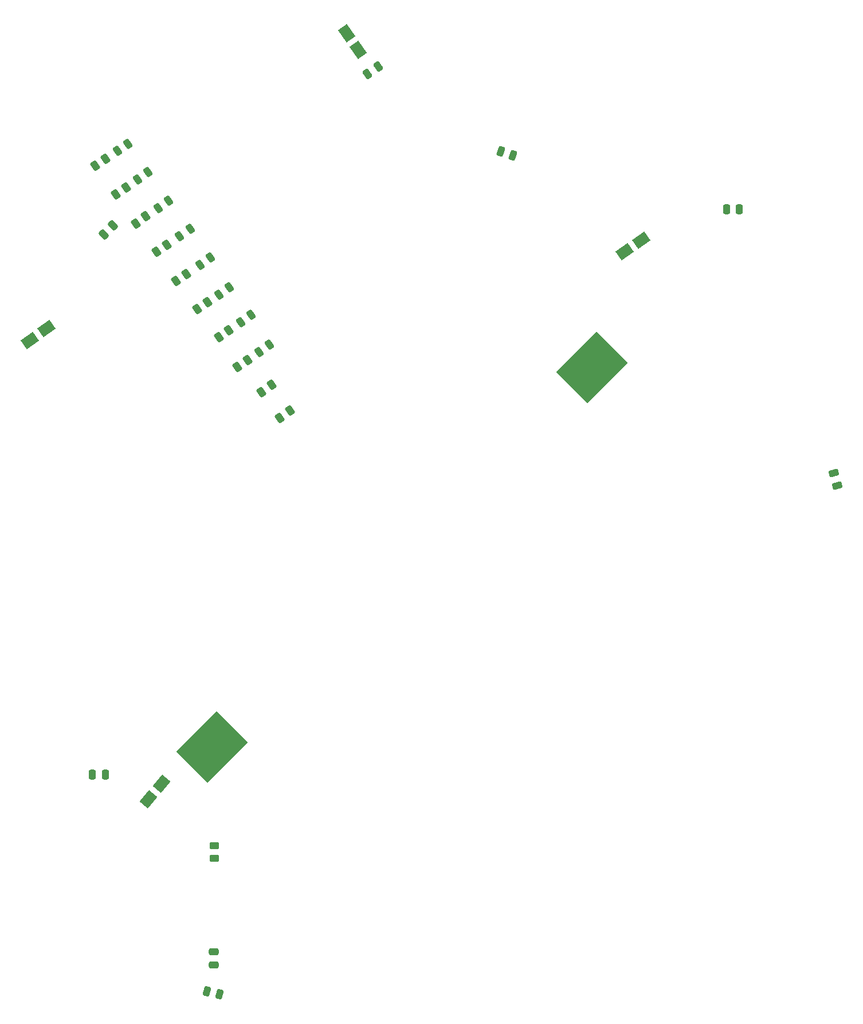
<source format=gbr>
%TF.GenerationSoftware,KiCad,Pcbnew,7.0.9-rc1*%
%TF.CreationDate,2023-11-05T19:21:47+02:00*%
%TF.ProjectId,projectA,70726f6a-6563-4744-912e-6b696361645f,rev?*%
%TF.SameCoordinates,PX5e5c173PY6474d3b*%
%TF.FileFunction,Paste,Top*%
%TF.FilePolarity,Positive*%
%FSLAX46Y46*%
G04 Gerber Fmt 4.6, Leading zero omitted, Abs format (unit mm)*
G04 Created by KiCad (PCBNEW 7.0.9-rc1) date 2023-11-05 19:21:47*
%MOMM*%
%LPD*%
G01*
G04 APERTURE LIST*
G04 Aperture macros list*
%AMRoundRect*
0 Rectangle with rounded corners*
0 $1 Rounding radius*
0 $2 $3 $4 $5 $6 $7 $8 $9 X,Y pos of 4 corners*
0 Add a 4 corners polygon primitive as box body*
4,1,4,$2,$3,$4,$5,$6,$7,$8,$9,$2,$3,0*
0 Add four circle primitives for the rounded corners*
1,1,$1+$1,$2,$3*
1,1,$1+$1,$4,$5*
1,1,$1+$1,$6,$7*
1,1,$1+$1,$8,$9*
0 Add four rect primitives between the rounded corners*
20,1,$1+$1,$2,$3,$4,$5,0*
20,1,$1+$1,$4,$5,$6,$7,0*
20,1,$1+$1,$6,$7,$8,$9,0*
20,1,$1+$1,$8,$9,$2,$3,0*%
%AMRotRect*
0 Rectangle, with rotation*
0 The origin of the aperture is its center*
0 $1 length*
0 $2 width*
0 $3 Rotation angle, in degrees counterclockwise*
0 Add horizontal line*
21,1,$1,$2,0,0,$3*%
G04 Aperture macros list end*
%ADD10RoundRect,0.250000X-0.043082X0.519182X-0.473137X0.218055X0.043082X-0.519182X0.473137X-0.218055X0*%
%ADD11RotRect,2.200000X1.600000X125.000000*%
%ADD12RotRect,2.200000X1.600000X35.000000*%
%ADD13RotRect,2.200000X1.600000X230.000000*%
%ADD14RoundRect,0.250000X-0.067661X0.532491X-0.477237X0.245703X0.067661X-0.532491X0.477237X-0.245703X0*%
%ADD15RoundRect,0.243750X0.062026X-0.513547X0.461363X-0.233929X-0.062026X0.513547X-0.461363X0.233929X0*%
%ADD16RoundRect,0.250000X0.250000X0.475000X-0.250000X0.475000X-0.250000X-0.475000X0.250000X-0.475000X0*%
%ADD17RoundRect,0.250000X-0.450000X0.262500X-0.450000X-0.262500X0.450000X-0.262500X0.450000X0.262500X0*%
%ADD18RoundRect,0.250000X-0.523520X0.118542X-0.394110X-0.364421X0.523520X-0.118542X0.394110X0.364421X0*%
%ADD19RoundRect,0.250000X0.391025X0.367729X-0.081735X0.530513X-0.391025X-0.367729X0.081735X-0.530513X0*%
%ADD20RoundRect,0.250000X-0.475000X0.250000X-0.475000X-0.250000X0.475000X-0.250000X0.475000X0.250000X0*%
%ADD21RoundRect,0.250000X-0.250000X-0.475000X0.250000X-0.475000X0.250000X0.475000X-0.250000X0.475000X0*%
%ADD22RoundRect,0.250000X0.364421X0.394110X-0.118542X0.523520X-0.364421X-0.394110X0.118542X-0.523520X0*%
%ADD23RoundRect,0.250000X0.159099X-0.512652X0.512652X-0.159099X-0.159099X0.512652X-0.512652X0.159099X0*%
%ADD24RoundRect,0.250000X0.043082X-0.519182X0.473137X-0.218055X-0.043082X0.519182X-0.473137X0.218055X0*%
%ADD25RotRect,8.460000X6.470000X45.000000*%
G04 APERTURE END LIST*
D10*
%TO.C,R4*%
X-34758395Y46972899D03*
X-36253347Y45926123D03*
%TD*%
D11*
%TO.C,C3*%
X-6452982Y75727395D03*
X-8173712Y78184851D03*
%TD*%
D12*
%TO.C,C2*%
X-54992075Y32875758D03*
X-52534619Y34596488D03*
%TD*%
D13*
%TO.C,C5*%
X-35519166Y-32584810D03*
X-37447528Y-34882944D03*
%TD*%
D14*
%TO.C,C12*%
X-3535153Y73311021D03*
X-5091541Y72221225D03*
%TD*%
D15*
%TO.C,D8*%
X-19595392Y32223851D03*
X-21131302Y31148395D03*
%TD*%
D10*
%TO.C,R2*%
X-40775871Y55459511D03*
X-42270823Y54412735D03*
%TD*%
D16*
%TO.C,C10*%
X49826653Y52226123D03*
X47926653Y52226123D03*
%TD*%
D10*
%TO.C,R7*%
X-25568395Y34392899D03*
X-27063347Y33346123D03*
%TD*%
D17*
%TO.C,R9*%
X-27713347Y-41753877D03*
X-27713347Y-43578877D03*
%TD*%
D15*
%TO.C,D2*%
X-39058886Y56651424D03*
X-37522976Y57726880D03*
%TD*%
D18*
%TO.C,C7*%
X63810775Y13263753D03*
X64302531Y11428493D03*
%TD*%
D15*
%TO.C,D6*%
X-27051302Y39648395D03*
X-25515392Y40723851D03*
%TD*%
%TO.C,D1*%
X-42071302Y60838395D03*
X-40535392Y61913851D03*
%TD*%
D19*
%TO.C,C9*%
X16364896Y60186833D03*
X14568410Y60805413D03*
%TD*%
D20*
%TO.C,C8*%
X-27823347Y-57443877D03*
X-27823347Y-59343877D03*
%TD*%
D21*
%TO.C,C11*%
X-45723347Y-31213877D03*
X-43823347Y-31213877D03*
%TD*%
D15*
%TO.C,D3*%
X-36048886Y52391424D03*
X-34512976Y53466880D03*
%TD*%
%TO.C,D5*%
X-29828886Y44051424D03*
X-28292976Y45126880D03*
%TD*%
D22*
%TO.C,C6*%
X-26995717Y-63709755D03*
X-28830977Y-63217999D03*
%TD*%
D15*
%TO.C,D7*%
X-23811302Y35568395D03*
X-22275392Y36643851D03*
%TD*%
D10*
%TO.C,R5*%
X-31875871Y42679511D03*
X-33370823Y41632735D03*
%TD*%
%TO.C,R1*%
X-43825871Y59669511D03*
X-45320823Y58622735D03*
%TD*%
D23*
%TO.C,C4*%
X-44025098Y48524372D03*
X-42681596Y49867874D03*
%TD*%
D24*
%TO.C,R10*%
X-20790823Y25232735D03*
X-19295871Y26279511D03*
%TD*%
%TO.C,R11*%
X-18058299Y21439347D03*
X-16563347Y22486123D03*
%TD*%
D15*
%TO.C,D4*%
X-32853347Y48236123D03*
X-31317437Y49311579D03*
%TD*%
D12*
%TO.C,C1*%
X32917925Y45920067D03*
X35375381Y47640797D03*
%TD*%
D10*
%TO.C,R8*%
X-22805871Y29989511D03*
X-24300823Y28942735D03*
%TD*%
D25*
%TO.C,U8*%
X28046691Y28873947D03*
X-28055161Y-27227905D03*
%TD*%
D10*
%TO.C,R3*%
X-37865871Y51179511D03*
X-39360823Y50132735D03*
%TD*%
%TO.C,R6*%
X-28775871Y38509511D03*
X-30270823Y37462735D03*
%TD*%
M02*

</source>
